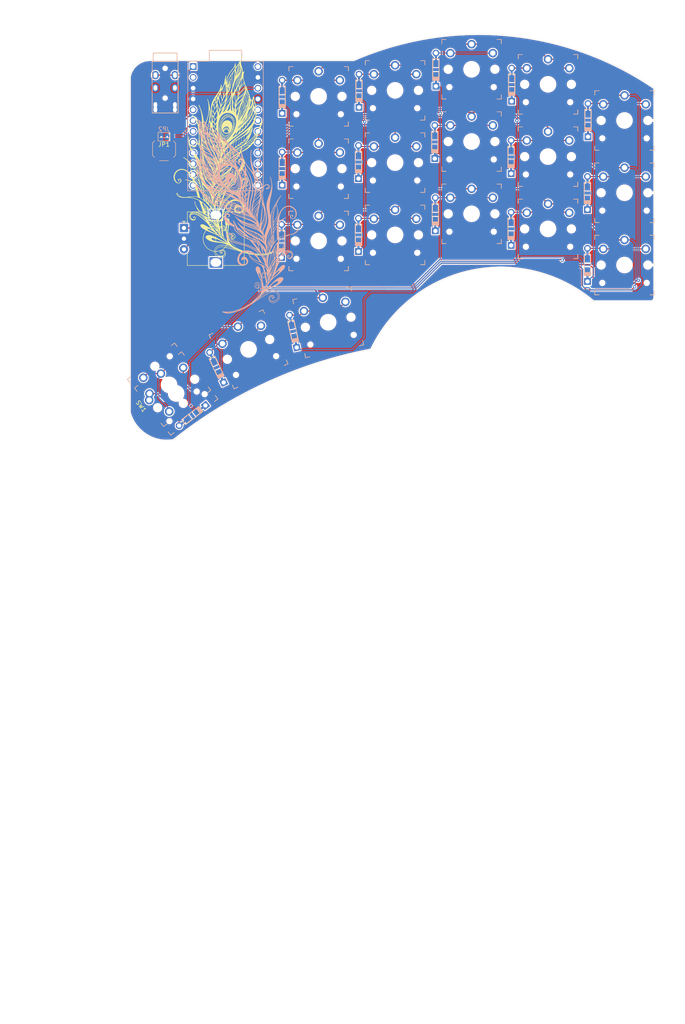
<source format=kicad_pcb>
(kicad_pcb (version 20210722) (generator pcbnew)
  (layers (0 "F.Cu" signal) (31 "B.Cu" signal) (34 "B.Paste" user) (35 "F.Paste" user) (36 "B.SilkS" user "B.Silkscreen") (37 "F.SilkS" user "F.Silkscreen") (38 "B.Mask" user) (39 "F.Mask" user) (44 "Edge.Cuts" user))
  (net 0 "")
  (net 1 "/Col1")
  (net 2 "Net-(D7-Pad2)")
  (net 3 "Net-(D8-Pad2)")
  (net 4 "Net-(D9-Pad2)")
  (net 5 "Net-(D10-Pad2)")
  (net 6 "/Col2")
  (net 7 "Net-(D12-Pad2)")
  (net 8 "Net-(D13-Pad2)")
  (net 9 "Net-(D14-Pad2)")
  (net 10 "Net-(D15-Pad2)")
  (net 11 "/Col3")
  (net 12 "Net-(D17-Pad2)")
  (net 13 "Net-(D18-Pad2)")
  (net 14 "Net-(D19-Pad2)")
  (net 15 "Net-(D20-Pad2)")
  (net 16 "/Col4")
  (net 17 "Net-(D22-Pad2)")
  (net 18 "Net-(D23-Pad2)")
  (net 19 "Net-(D24-Pad2)")
  (net 20 "/Col5")
  (net 21 "Net-(D26-Pad2)")
  (net 22 "Net-(D27-Pad2)")
  (net 23 "Net-(D28-Pad2)")
  (net 24 "/Row1")
  (net 25 "/Row2")
  (net 26 "/Row3")
  (net 27 "/Row4")
  (net 28 "/Serial")
  (net 29 "VCC")
  (net 30 "GND")
  (net 31 "/RotB")
  (net 32 "/RotA")
  (net 33 "Net-(U1-Pad22)")
  (footprint "Keebio-Parts:Diode-dual" (layer "F.Cu") (at 225.407 62.260328 -90)
    (fp_text reference "D7" hide)
    (fp_text value "1N4148" hide)
  )
  (footprint "Keebio-Parts:Diode-dual" (layer "F.Cu") (at 225.28 79.405328 -90)
    (fp_text reference "D8" hide)
    (fp_text value "1N4148" hide)
  )
  (footprint "Keebio-Parts:Diode-dual" (layer "F.Cu") (at 225.28 96.296328 -90)
    (fp_text reference "D9" hide)
    (fp_text value "1N4148" hide)
  )
  (footprint "Keebio-Parts:Diode-dual" (layer "F.Cu") (at 156 111.916614 -77.5)
    (fp_text reference "D10" hide)
    (fp_text value "1N4148" hide)
  )
  (footprint "Keebio-Parts:Diode-dual" (layer "F.Cu") (at 207.441 53.906998 -90)
    (fp_text reference "D12" hide)
    (fp_text value "1N4148" hide)
  )
  (footprint "Keebio-Parts:Diode-dual" (layer "F.Cu") (at 207.314 70.924998 -90)
    (fp_text reference "D13" hide)
    (fp_text value "1N4148" hide)
  )
  (footprint "Keebio-Parts:Diode-dual" (layer "F.Cu") (at 207.314 87.815998 -90)
    (fp_text reference "D14" hide)
    (fp_text value "1N4148" hide)
  )
  (footprint "Keebio-Parts:Diode-dual" (layer "F.Cu") (at 138 120.41661 -65)
    (fp_text reference "D15" hide)
    (fp_text value "1N4148" hide)
  )
  (footprint "Keebio-Parts:Diode-dual" (layer "F.Cu") (at 189.602 50.370664 -90)
    (fp_text reference "D17" hide)
    (fp_text value "1N4148" hide)
  )
  (footprint "Keebio-Parts:Diode-dual" (layer "F.Cu") (at 189.348 67.388664 -90)
    (fp_text reference "D18" hide)
    (fp_text value "1N4148" hide)
  )
  (footprint "Keebio-Parts:Diode-dual" (layer "F.Cu") (at 189.475 84.406664 -90)
    (fp_text reference "D19" hide)
    (fp_text value "1N4148" hide)
  )
  (footprint "Keebio-Parts:Diode-dual" (layer "F.Cu") (at 132.2578 131.7244 37.5)
    (fp_text reference "D20" hide)
    (fp_text value "1N4148" hide)
  )
  (footprint "Keebio-Parts:Diode-dual" (layer "F.Cu") (at 171.509 55.34333 -90)
    (fp_text reference "D22" hide)
    (fp_text value "1N4148" hide)
  )
  (footprint "Keebio-Parts:Diode-dual" (layer "F.Cu") (at 171.382 72.10733 -90)
    (fp_text reference "D23" hide)
    (fp_text value "1N4148" hide)
  )
  (footprint "Keebio-Parts:Diode-dual" (layer "F.Cu") (at 171.382 89.25233 -90)
    (fp_text reference "D24" hide)
    (fp_text value "1N4148" hide)
  )
  (footprint "Keebio-Parts:Diode-dual" (layer "F.Cu") (at 153.416 56.769 -90)
    (fp_text reference "D26" hide)
    (fp_text value "1N4148" hide)
  )
  (footprint "Keebio-Parts:Diode-dual" (layer "F.Cu") (at 153.416 73.66 -90)
    (fp_text reference "D27" hide)
    (fp_text value "1N4148" hide)
  )
  (footprint "Keebio-Parts:TRRS-PJ-320A" (layer "F.Cu") (at 125.87 48.46898)
    (fp_text reference "J1" hide)
    (fp_text value "AudioJack4" hide)
  )
  (footprint "acheron_Hardware:smdPushBtn" (layer "F.Cu") (at 125.603 69.088 -90)
    (fp_text reference "RST1" hide)
    (fp_text value "SW_PUSH")
  )
  (footprint "keyswitches:PG1350_reversible" (layer "F.Cu") (at 234 79.333328 180)
    (fp_text reference "SW8" hide)
    (fp_text value "SW_PUSH")
  )
  (footprint "keyswitches:PG1350_reversible" (layer "F.Cu") (at 234 96.333328 180)
    (fp_text reference "SW9" hide)
    (fp_text value "SW_PUSH")
  )
  (footprint "keyswitches:PG1350_reversible" (layer "F.Cu") (at 216 70.833332 180)
    (fp_text reference "SW13" hide)
    (fp_text value "SW_PUSH")
  )
  (footprint "keyswitches:PG1350_reversible" (layer "F.Cu") (at 216 87.833332 180)
    (fp_text reference "SW14" hide)
    (fp_text value "SW_PUSH")
  )
  (footprint "keyswitches:PG1350_reversible" (layer "F.Cu") (at 145.5 116.166612 -155)
    (fp_text reference "SW15" hide)
    (fp_text value "SW_PUSH")
  )
  (footprint "keyswitches:PG1350_reversible" (layer "F.Cu") (at 128.4732 126.5428 -142.5)
    (fp_text reference "SW20" hide)
    (fp_text value "SW_PUSH")
  )
  (footprint "keyswitches:PG1350_reversible" (layer "F.Cu") (at 180 55.249998 180)
    (fp_text reference "SW22" hide)
    (fp_text value "SW_PUSH")
  )
  (footprint "keyswitches:PG1350_reversible" (layer "F.Cu") (at 180 72.249998 180)
    (fp_text reference "SW23" hide)
    (fp_text value "SW_PUSH")
  )
  (footprint "keyswitches:PG1350_reversible" (layer "F.Cu") (at 180 89.249998 180)
    (fp_text reference "SW24" hide)
    (fp_text value "SW_PUSH")
  )
  (footprint "keyswitches:PG1350_reversible" (layer "F.Cu") (at 162 56.666664 180)
    (fp_text reference "SW26" hide)
    (fp_text value "SW_PUSH")
  )
  (footprint "keyswitches:PG1350_reversible" (layer "F.Cu") (at 162 73.666664 180)
    (fp_text reference "SW27" hide)
    (fp_text value "SW_PUSH")
  )
  (footprint "keyswitches:PG1350_reversible" (layer "F.Cu") (at 162 90.666664 180)
    (fp_text reference "SW28" hide)
    (fp_text value "SW_PUSH")
  )
  (footprint "promicro:ProMicro" (layer "F.Cu") (at 140.081 63.627 -90)
    (fp_text reference "U1" hide)
    (fp_text value "ProMicro")
  )
  (footprint "keyswitches:PG1350_reversible" (layer "F.Cu") (at 234 62.333328 180)
    (fp_text reference "SW7" hide)
    (fp_text value "SW_PUSH")
  )
  (footprint "keyswitches:PG1350_reversible" (layer "F.Cu") (at 216 53.833332 180)
    (fp_text reference "SW12" hide)
    (fp_text value "SW_PUSH")
  )
  (footprint "Keebio-Parts:Diode-dual" (layer "F.Cu") (at 153.289 90.678 -90)
    (fp_text reference "D28" hide)
    (fp_text value "1N4148" hide)
  )
  (footprint "keyswitches:PG1350_reversible" (layer "F.Cu") (at 198 50.291667 180)
    (fp_text reference "SW17" hide)
    (fp_text value "SW_PUSH")
  )
  (footprint "keyswitches:PG1350_reversible" (layer "F.Cu") (at 198 84.291667 180)
    (fp_text reference "SW19" hide)
    (fp_text value "SW_PUSH")
  )
  (footprint "keyswitches:PG1350_reversible" (layer "F.Cu") (at 198 67.291667 180)
    (fp_text reference "SW18" hide)
    (fp_text value "SW_PUSH")
  )
  (footprint "keyswitches:PG1350_reversible" (layer "F.Cu") (at 164.25 109.791615 -167.5)
    (fp_text reference "SW10" hide)
    (fp_text value "SW_PUSH")
  )
  (footprint "Jumper:SolderJumper-2_P1.3mm_Open_Pad1.0x1.5mm" (layer "F.Cu") (at 125.603 66.167 180)
    (fp_text reference "JP1")
    (fp_text value "JUMPER-PAD-2-NO")
  )
  (footprint "personal-logo:peacock-medium" (layer "F.Cu") (at 139.319 73.406 17)
    (fp_text reference "LOGO3" hide)
    (fp_text value "LOGO-OTL" hide)
  )
  (footprint "keyswitches:PG1350_reversible" (layer "F.Cu") (at 126.8 124.5 -52.5)
    (fp_text reference "SW1")
    (fp_text value "SW_PUSH")
  )
  (footprint "Rotary_Encoder:RotaryEncoder_Alps_EC12E_Vertical_H20mm" (layer "F.Cu") (at 130.302 87.63)
    (fp_text reference "EN_1" hide)
    (fp_text value "Rotary_Encoder")
  )
  (footprint "Keebio-Parts:TRRS-PJ-320A" (layer "B.Cu") (at 125.87 48.46898 180)
    (fp_text reference "J2")
    (fp_text value "AudioJack4")
  )
  (footprint "acheron_Hardware:smdPushBtn" (layer "B.Cu") (at 125.603 69.088 90)
    (fp_text reference "RST2" hide)
    (fp_text value "SW_PUSH")
  )
  (footprint "personal-logo:peacock-medium" (layer "B.Cu") (at 145.161 84.963 180)
    (fp_text reference "LOGO4" hide)
    (fp_text value "LOGO-OTL" hide)
  )
  (footprint "Jumper:SolderJumper-2_P1.3mm_Open_Pad1.0x1.5mm" (layer "B.Cu") (at 125.603 66.167 180)
    (fp_text reference "JP2")
    (fp_text value "JUMPER-PAD-2-NO")
  )
  (gr_line (start 122.4026 48.133) (end 170.2562 48.133) (layer "Edge.Cuts") (width 0.05))
  (gr_line (start 241.0272 103.9622) (end 241.0272 54.737) (layer "Edge.Cuts") (width 0.05))
  (gr_arc (start 240.1128 103.9622) (end 240.1128 104.8766) (angle -90) (layer "Edge.Cuts") (width 0.05))
  (gr_arc (start 199.660295 115.534036) (end 241.0272 54.737) (angle -57.80127578) (layer "Edge.Cuts") (width 0.05))
  (gr_arc (start 204.915755 130.803669) (end 174.345601 116.205001) (angle 104.5371678) (layer "Edge.Cuts") (width 0.05))
  (gr_line (start 240.1128 104.8766) (end 226.7204 104.8766) (layer "Edge.Cuts") (width 0.05))
  (gr_arc (start 126.247584 128.629797) (end 127.8636 137.4902) (angle 84.65602954) (layer "Edge.Cuts") (width 0.05))
  (gr_line (start 117.5762 52) (end 117.5762 120.8024) (layer "Edge.Cuts") (width 0.05))
  (gr_line (start 117.5762 120.8024) (end 117.5762 131.064) (layer "Edge.Cuts") (width 0.05))
  (gr_arc (start 194.3258 221.232804) (end 174.345601 116.205001) (angle -27.66613863) (layer "Edge.Cuts") (width 0.05))
  (gr_arc (start 122.28996 52.937828) (end 122.4026 48.133) (angle -80.0905723) (layer "Edge.Cuts") (width 0.05))
  (segment (start 153.41177 64.897692) (end 151.321982 66.98748) (width 0.25) (layer "F.Cu") (net 1))
  (segment (start 209.423 62.103) (end 206.813136 59.493136) (width 0.25) (layer "F.Cu") (net 1))
  (segment (start 149.15648 66.98748) (end 147.701 65.532) (width 0.25) (layer "F.Cu") (net 1))
  (segment (start 222.758718 62.103) (end 209.423 62.103) (width 0.25) (layer "F.Cu") (net 1))
  (segment (start 147.701 65.532) (end 147.701 64.897) (width 0.25) (layer "F.Cu") (net 1))
  (segment (start 189.045864 59.493136) (end 187.579 60.96) (width 0.25) (layer "F.Cu") (net 1))
  (segment (start 224.316046 63.660328) (end 222.758718 62.103) (width 0.25) (layer "F.Cu") (net 1))
  (segment (start 170.30841 60.96) (end 168.9694 62.29901) (width 0.25) (layer "F.Cu") (net 1))
  (segment (start 168.9694 62.29901) (end 156.00976 62.29901) (width 0.25) (layer "F.Cu") (net 1))
  (segment (start 225.407 63.660328) (end 224.316046 63.660328) (width 0.25) (layer "F.Cu") (net 1))
  (segment (start 151.321982 66.98748) (end 149.15648 66.98748) (width 0.25) (layer "F.Cu") (net 1))
  (segment (start 206.813136 59.493136) (end 189.045864 59.493136) (width 0.25) (layer "F.Cu") (net 1))
  (segment (start 187.579 60.96) (end 170.30841 60.96) (width 0.25) (layer "F.Cu") (net 1))
  (segment (start 156.00976 62.29901) (end 153.41177 64.897) (width 0.25) (layer "F.Cu") (net 1))
  (segment (start 153.41177 64.897) (end 153.41177 64.897692) (width 0.25) (layer "F.Cu") (net 1))
  (segment (start 226.695 81.890328) (end 225.28 83.305328) (width 0.25) (layer "B.Cu") (net 1))
  (segment (start 226.695 93.853) (end 226.695 95.53035) (width 0.25) (layer "B.Cu") (net 1))
  (segment (start 225.407 64.760328) (end 226.050328 64.760328) (width 0.25) (layer "B.Cu") (net 1))
  (segment (start 209.550718 94.4372) (end 208.085198 95.90272) (width 0.25) (layer "B.Cu") (net 1))
  (segment (start 174.35998 102.62702) (end 172.72 104.267) (width 0.25) (layer "B.Cu") (net 1))
  (segment (start 157.324946 116.205) (end 156.844114 115.724168) (width 0.25) (layer "B.Cu") (net 1))
  (segment (start 184.176836 102.6414) (end 174.37436 102.6414) (width 0.25) (layer "B.Cu") (net 1))
  (segment (start 190.915516 95.90272) (end 184.176836 102.6414) (width 0.25) (layer "B.Cu") (net 1))
  (segment (start 174.37436 102.6414) (end 174.35998 102.62702) (width 0.25) (layer "B.Cu") (net 1))
  (segment (start 226.695 98.781328) (end 225.28 100.196328) (width 0.25) (layer "B.Cu") (net 1))
  (segment (start 226.695 80.518) (end 226.695 81.890328) (width 0.25) (layer "B.Cu") (net 1))
  (segment (start 169.926 116.205) (end 157.324946 116.205) (width 0.25) (layer "B.Cu") (net 1))
  (segment (start 225.85775 96.3676) (end 224.663 96.3676) (width 0.25) (layer "B.Cu") (net 1))
  (segment (start 172.72 104.267) (end 172.72 113.411) (width 0.25) (layer "B.Cu") (net 1))
  (segment (start 224.663 96.3676) (end 224.2566 95.9612) (width 0.25) (layer "B.Cu") (net 1))
  (segment (start 223.6216 94.4372) (end 209.550718 94.4372) (width 0.25) (layer "B.Cu") (net 1))
  (segment (start 226.695 93.853) (end 226.695 98.781328) (width 0.25) (layer "B.Cu") (net 1))
  (segment (start 226.695 80.518) (end 226.695 93.853) (width 0.25) (layer "B.Cu") (net 1))
  (segment (start 226.695 95.53035) (end 225.85775 96.3676) (width 0.25) (layer "B.Cu") (net 1))
  (segment (start 224.2566 95.9612) (end 224.2566 95.0722) (width 0.25) (layer "B.Cu") (net 1))
  (segment (start 226.695 65.405) (end 226.695 80.518) (width 0.25) (layer "B.Cu") (net 1))
  (segment (start 224.2566 95.0722) (end 223.6216 94.4372) (width 0.25) (layer "B.Cu") (net 1))
  (segment (start 172.72 113.411) (end 169.926 116.205) (width 0.25) (layer "B.Cu") (net 1))
  (segment (start 226.050328 64.760328) (end 226.695 65.405) (width 0.25) (layer "B.Cu") (net 1))
  (segment (start 208.085198 95.90272) (end 190.915516 95.90272) (width 0.25) (layer "B.Cu") (net 1))
  (segment (start 225.407 58.360328) (end 228.827 58.360328) (width 0.25) (layer "F.Cu") (net 2))
  (segment (start 228.827 58.360328) (end 229 58.533328) (width 0.25) (layer "F.Cu") (net 2))
  (segment (start 225.407 58.360328) (end 238.827 58.360328) (width 0.25) (layer "F.Cu") (net 2))
  (segment (start 238.827 58.360328) (end 239 58.533328) (width 0.25) (layer "F.Cu") (net 2))
  (segment (start 239 75.533328) (end 225.308 75.533328) (width 0.25) (layer "F.Cu") (net 3))
  (segment (start 225.308 75.533328) (end 225.28 75.505328) (width 0.25) (layer "F.Cu") (net 3))
  (segment (start 225.28 92.396328) (end 228.863 92.396328) (width 0.25) (layer "F.Cu") (net 4))
  (segment (start 228.863 92.396328) (end 229 92.533328) (width 0.25) (layer "F.Cu") (net 4))
  (segment (start 229 92.533328) (end 239 92.533328) (width 0.25) (layer "F.Cu") (net 4))
  (segment (start 155.155886 108.10906) (end 157.600877 108.10906) (width 0.25) (layer "F.Cu") (net 5))
  (segment (start 157.600877 108.10906) (end 158.546049 107.163888) (width 0.25) (layer "F.Cu") (net 5))
  (segment (start 158.546049 107.163888) (end 166.144614 107.163888) (width 0.25) (layer "F.Cu") (net 5))
  (segment (start 166.144614 107.163888) (end 168.30901 104.999492) (width 0.25) (layer "F.Cu") (net 5))
  (segment (start 189.232754 59.942656) (end 187.765401 61.410009) (width 0.25) (layer "F.Cu") (net 6))
  (segment (start 208.656347 62.361653) (end 208.656347 61.972757) (width 0.25) (layer "F.Cu") (net 6))
  (segment (start 187.765401 61.410009) (end 170.49481 61.41001) (width 0.25) (layer "F.Cu") (net 6))
  (segment (start 151.50818 67.437) (end 147.701 67.437) (width 0.25) (layer "F.Cu") (net 6))
  (segment (start 208.656347 61.972757) (end 206.626246 59.942656) (width 0.25) (layer "F.Cu") (net 6))
  (segment (start 170.49481 61.41001) (end 169.155801 62.749019) (width 0.25) (layer "F.Cu") (net 6))
  (segment (start 169.155801 62.749019) (end 156.19616 62.74902) (width 0.25) (layer "F.Cu") (net 6))
  (segment (start 156.19616 62.74902) (end 151.50818 67.437) (width 0.25) (layer "F.Cu") (net 6))
  (segment (start 206.626246 59.942656) (end 189.232754 59.942656) (width 0.25) (layer "F.Cu") (net 6))
  (via (at 208.656347 62.361653) (size 0.8) (drill 0.4) (layers "F.Cu" "B.Cu") (net 6))
  (segment (start 208.788 57.15) (end 208.788 63.329637) (width 0.25) (layer "B.Cu") (net 6))
  (segment (start 177.7238 102.19188) (end 177.70942 102.1775) (width 0.25) (layer "B.Cu") (net 6))
  (segment (start 148.324005 103.010405) (end 148.946305 102.388105) (width 0.25) (layer "B.Cu") (net 6))
  (segment (start 149.15691 102.1775) (end 148.324005 103.010405) (width 0.25) (layer "B.Cu") (net 6))
  (segment (start 138.021511 113.312899) (end 148.324005 103.010405) (width 0.25) (layer "B.Cu") (net 6))
  (segment (start 138.021511 115.479415) (end 138.021511 113.312899) (width 0.25) (layer "B.Cu") (net 6))
  (segment (start 139.056546 122.682379) (end 139.056546 116.51445) (width 0.25) (layer "B.Cu") (net 6))
  (segment (start 208.788 73.350998) (end 207.314 74.824998) (width 0.25) (layer "B.Cu") (net 6))
  (segment (start 177.70942 102.1775) (end 149.15691 102.1775) (width 0.25) (layer "B.Cu") (net 6))
  (segment (start 208.788 89.789) (end 208.788 94.5642) (width 0.25) (layer "B.Cu") (net 6))
  (segment (start 208.788 72.517) (end 208.788 89.789) (width 0.25) (layer "B.Cu") (net 6))
  (segment (start 208.788 63.329637) (end 208.788 72.517) (width 0.25) (layer "B.Cu") (net 6))
  (segment (start 148.946305 102.388105) (end 149.09941 102.235) (width 0.25) (layer "B.Cu") (net 6))
  (segment (start 149.09941 102.235) (end 149.225 102.235) (width 0.25) (layer "B.Cu") (net 6))
  (segment (start 149.225 102.235) (end 149.28299 102.17701) (width 0.25) (layer "B.Cu") (net 6))
  (segment (start 208.044998 56.406998) (end 208.788 57.15) (width 0.25) (layer "B.Cu") (net 6))
  (segment (start 207.899 95.4532) (end 190.729318 95.4532) (width 0.25) (layer "B.Cu") (net 6))
  (segment (start 208.788 72.517) (end 208.788 73.350998) (width 0.25) (layer "B.Cu") (net 6))
  (segment (start 208.788 89.789) (end 208.788 90.043) (width 0.25) (layer "B.Cu") (net 6))
  (segment (start 208.788 90.043) (end 208.788 90.241998) (width 0.25) (layer "B.Cu") (net 6))
  (segment (start 207.441 56.406998) (end 208.044998 56.406998) (width 0.25) (layer "B.Cu") (net 6))
  (segment (start 139.056546 116.51445) (end 138.021511 115.479415) (width 0.25) (layer "B.Cu") (net 6))
  (segment (start 183.990638 102.19188) (end 177.7238 102.19188) (width 0.25) (layer "B.Cu") (net 6))
  (segment (start 208.788 90.241998) (end 207.314 91.715998) (width 0.25) (layer "B.Cu") (net 6))
  (segment (start 190.729318 95.4532) (end 183.990638 102.19188) (width 0.25) (layer "B.Cu") (net 6))
  (segment (start 208.788 94.5642) (end 207.899 95.4532) (width 0.25) (layer "B.Cu") (net 6))
  (segment (start 208.788 63.329637) (end 208.788 62.493306) (width 0.25) (layer "B.Cu") (net 6))
  (segment (start 208.788 62.493306) (end 208.656347 62.361653) (width 0.25) (layer "B.Cu") (net 6))
  (segment (start 220.973666 50.006998) (end 221 50.033332) (width 0.25) (layer "F.Cu") (net 7))
  (segment (start 207.441 50.006998) (end 220.973666 50.006998) (width 0.25) (layer "F.Cu") (net 7))
  (segment (start 207.441 51.406998) (end 207.441 50.006998) (width 0.25) (layer "F.Cu") (net 7))
  (segment (start 211 67.033332) (end 207.322334 67.033332) (width 0.25) (layer "F.Cu") (net 8))
  (segment (start 221 67.033332) (end 211 67.033332) (width 0.25) (layer "F.Cu") (net 8))
  (segment (start 207.322334 67.033332) (end 207.314 67.024998) (width 0.25) (layer "F.Cu") (net 8))
  (segment (start 207.314 85.315998) (end 207.314 83.915998) (width 0.25) (layer "F.Cu") (net 9))
  (segment (start 220.882666 83.915998) (end 221 84.033332) (width 0.25) (layer "F.Cu") (net 9))
  (segment (start 207.314 83.915998) (end 220.882666 83.915998) (width 0.25) (layer "F.Cu") (net 9))
  (segment (start 138.398065 114.835734) (end 139.362512 114.835734) (width 0.25) (layer "F.Cu") (net 10))
  (segment (start 145.215406 113.819735) (end 148.42559 110.609551) (width 0.25) (layer "F.Cu") (net 10))
  (segment (start 140.378511 113.819735) (end 145.215406 113.819735) (width 0.25) (layer "F.Cu") (net 10))
  (segment (start 139.362512 114.835734) (end 140.378511 113.819735) (width 0.25) (layer "F.Cu") (net 10))
  (segment (start 136.351789 116.88201) (end 138.398065 114.835734) (width 0.25) (layer "F.Cu") (net 10))
  (segment (start 151.69507 67.88652) (end 149.13108 67.88652) (width 0.25) (layer "F.Cu") (net 11))
  (segment (start 190.352009 60.392176) (end 189.420336 60.392176) (width 0.25) (layer "F.Cu") (net 11))
  (segment (start 189.420336 60.392176) (end 187.952494 61.860018) (width 0.25) (layer "F.Cu") (net 11))
  (segment (start 148.0566 68.961) (end 148.0566 69.6214) (width 0.25) (layer "F.Cu") (net 11))
  (segment (start 169.083972 63.199028) (end 169.08397 63.19903) (width 0.25) (layer "F.Cu") (net 11))
  (segment (start 148.0566 69.6214) (end 147.701 69.977) (width 0.25) (layer "F.Cu") (net 11))
  (segment (start 169.342202 63.199028) (end 169.083972 63.199028) (width 0.25) (layer "F.Cu") (net 11))
  (segment (start 190.627 60.667167) (end 190.352009 60.392176) (width 0.25) (layer "F.Cu") (net 11))
  (segment (start 156.38256 63.19903) (end 151.69507 67.88652) (width 0.25) (layer "F.Cu") (net 11))
  (segment (start 170.681212 61.860018) (end 169.342202 63.199028) (width 0.25) (layer "F.Cu") (net 11))
  (segment (start 149.13108 67.88652) (end 148.0566 68.961) (width 0.25) (layer "F.Cu") (net 11))
  (segment (start 169.08397 63.19903) (end 156.38256 63.19903) (width 0.25) (layer "F.Cu") (net 11))
  (segment (start 187.952494 61.860018) (end 170.681212 61.860018) (width 0.25) (layer "F.Cu") (net 11))
  (via (at 190.627 60.667167) (size 0.8) (drill 0.4) (layers "F.Cu" "B.Cu") (net 11))
  (segment (start 148.971 101.727) (end 131.6 119.098) (width 0.25) (layer "B.Cu") (net 11))
  (segment (start 183.80444 101.74236) (end 179.5018 101.74236) (width 0.25) (layer "B.Cu") (net 11))
  (segment (start 190.627 71.167664) (end 189.348 69.888664) (width 0.25) (layer "B.Cu") (net 11))
  (segment (start 177.2158 101.72798) (end 177.21531 101.72749) (width 0.25) (layer "B.Cu") (net 11))
  (segment (start 190.287664 54.270664) (end 190.627 54.61) (width 0.25) (layer "B.Cu") (net 11))
  (segment (start 190.627 59.817) (end 190.627 71.628) (width 0.25) (layer "B.Cu") (net 11))
  (segment (start 131.6 122.5) (end 131.4704 122.6296) (width 0.25) (layer "B.Cu") (net 11))
  (segment (start 190.627 54.61) (end 190.627 59.817) (width 0.25) (layer "B.Cu") (net 11))
  (segment (start 179.5018 101.74236) (end 179.48742 101.72798) (width 0.25) (layer "B.Cu") (net 11))
  (segment (start 190.627 87.154664) (end 189.475 88.306664) (width 0.25) (layer "B.Cu") (net 11))
  (segment (start 131.4704 122.6296) (end 131.4704 128.974039) (width 0.25) (layer "B.Cu") (net 11))
  (segment (start 189.602 54.270664) (end 190.287664 54.270664) (width 0.25) (layer "B.Cu") (net 11))
  (segment (start 177.21531 101.72749) (end 149.096792 101.72749) (width 0.25) (layer "B.Cu") (net 11))
  (segment (start 190.627 71.628) (end 190.627 87.154664) (width 0.25) (layer "B.Cu") (net 11))
  (segment (start 190.627 94.9198) (end 183.80444 101.74236) (width 0.25) (layer "B.Cu") (net 11))
  (segment (start 190.627 71.628) (end 190.627 71.167664) (width 0.25) (layer "B.Cu") (net 11))
  (segment (start 131.4704 128.974039) (end 133.368495 130.872134) (width 0.25) (layer "B.Cu") (net 11))
  (segment (start 179.48742 101.72798) (end 177.2158 101.72798) (width 0.25) (layer "B.Cu") (net 11))
  (segment (start 190.627 87.154664) (end 190.627 94.9198) (width 0.25) (layer "B.Cu") (net 11))
  (segment (start 131.6 119.098) (end 131.6 122.5) (width 0.25) (layer "B.Cu") (net 11))
  (segment (start 192.978997 46.470664) (end 193 46.491667) (width 0.25) (layer "F.Cu") (net 12))
  (segment (start 192.978997 46.470664) (end 193 46.491667) (width 0.25) (layer "B.Cu") (net 12))
  (segment (start 193 46.491667) (end 203 46.491667) (width 0.25) (layer "B.Cu") (net 12))
  (segment (start 189.602 46.470664) (end 192.978997 46.470664) (width 0.25) (layer "B.Cu") (net 12))
  (segment (start 192.996997 63.488664) (end 193 63.491667) (width 0.25) (layer "F.Cu") (net 13))
  (segment (start 189.348 63.488664) (end 192.996997 63.488664) (width 0.25) (layer "F.Cu") (net 13))
  (segment (start 203 63.491667) (end 193 63.491667) (width 0.25) (layer "F.Cu") (net 13))
  (segment (start 189.475 80.506664) (end 202.985003 80.506664) (width 0.25) (layer "F.Cu") (net 14))
  (segment (start 202.985003 80.506664) (end 203 80.491667) (width 0.25) (layer "F.Cu") (net 14))
  (segment (start 124.031864 126.571864) (end 125.66 128.2) (width 0.25) (layer "F.Cu") (net 15))
  (segment (start 129.163722 131.063722) (end 129.163722 134.09857) (width 0.25) (layer "F.Cu") (net 15))
  (segment (start 131.147105 130.252895) (end 131.147105 132.576666) (width 0.25) (layer "F.Cu") (net 15))
  (segment (start 132.3 126.1) (end 132.3 129.1) (width 0.25) (layer "F.Cu") (net 15))
  (segment (start 122.19314 126.571864) (end 124.031864 126.571864) (width 0.25) (layer "F.Cu") (net 15))
  (segment (start 130.126673 120.48425) (end 130.126673 123.926673) (width 0.25) (layer "F.Cu") (net 15))
  (segment (start 130.126673 123.926673) (end 132.3 126.1) (width 0.25) (layer "F.Cu") (net 15))
  (segment (start 122.19314 128.017767) (end 122.119215 128.091692) (width 0.25) (layer "F.Cu") (net 15))
  (segment (start 121.426488 126.571864) (end 122.19314 126.571864) (width 0.25) (layer "F.Cu") (net 15))
  (segment (start 122.19314 126.571864) (end 122.19314 128.017767) (width 0.25) (layer "F.Cu") (net 15))
  (segment (start 132.3 129.1) (end 131.147105 130.252895) (width 0.25) (layer "F.Cu") (net 15))
  (segment (start 126.3 128.2) (end 129.163722 131.063722) (width 0.25) (layer "F.Cu") (net 15))
  (segment (start 125.66 128.2) (end 126.3 128.2) (width 0.25) (layer "F.Cu") (net 15))
  (segment (start 148.971359 68.681959) (end 148.971359 71.246641) (width 0.25) (layer "F.Cu") (net 16))
  (segment (start 170.867612 62.310028) (end 172.546028 62.310028) (width 0.25) (layer "F.Cu") (net 16))
  (segment (start 148.971359 71.246641) (end 147.701 72.517) (width 0.25) (layer "F.Cu") (net 16))
  (segment (start 149.301918 68.3514) (end 148.971359 68.681959) (width 0.25) (layer "F.Cu") (net 16))
  (segment (start 172.546028 62.310028) (end 172.847 62.611) (width 0.25) (layer "F.Cu") (net 16))
  (segment (start 169.5286 63.64904) (end 170.867612 62.310028) (width 0.25) (layer "F.Cu") (net 16))
  (segment (start 168.04304 63.64904) (end 169.291 63.64904) (width 0.25) (layer "F.Cu") (net 16))
  (segment (start 168.04304 63.64904) (end 169.5286 63.64904) (width 0.25) (layer "F.Cu") (net 16))
  (segment (start 169.291 63.64904) (end 169.44004 63.64904) (width 0.25) (layer "F.Cu") (net 16))
  (segment (start 156.56896 63.64904) (end 151.8666 68.3514) (width 0.25) (layer "F.Cu") (net 16))
  (segment (start 151.8666 68.3514) (end 149.301918 68.3514) (width 0.25) (layer "F.Cu") (net 16))
  (segment (start 168.04304 63.64904) (end 156.56896 63.64904) (width 0.25) (layer "F.Cu") (net 16))
  (via (at 172.847 62.611) (size 0.8) (drill 0.4) (layers "F.Cu" "B.Cu") (net 16))
  (segment (start 172.847 62.611) (end 172.847 64.262) (width 0.25) (layer "B.Cu") (net 16))
  (segment (start 172.847 91.68733) (end 171.382 93.15233) (width 0.25) (layer "B.Cu") (net 16))
  (segment (start 172.847 74.54233) (end 172.847 91.68733) (width 0.25) (layer "B.Cu") (net 16))
  (segment (start 172.847 64.262) (end 172.847 74.54233) (width 0.25) (layer "B.Cu") (net 16))
  (segment (start 172.847 58.293) (end 172.847 62.611) (width 0.25) (layer "B.Cu") (net 16))
  (segment (start 172.847 74.54233) (end 171.382 76.00733) (width 0.25) (layer "B.Cu") (net 16))
  (segment (start 172.39733 57.84333) (end 172.847 58.293) (width 0.25) (layer "B.Cu") (net 16))
  (segment (start 171.509 57.84333) (end 172.39733 57.84333) (width 0.25) (layer "B.Cu") (net 16))
  (segment (start 171.509 51.44333) (end 184.993332 51.44333) (width 0.25) (layer "F.Cu") (net 17))
  (segment (start 184.993332 51.44333) (end 185 51.449998) (width 0.25) (layer "F.Cu") (net 17))
  (segment (start 185 68.449998) (end 175 68.449998) (width 0.25) (layer "F.Cu") (net 18))
  (segment (start 171.624668 68.449998) (end 171.382 68.20733) (width 0.25) (layer "F.Cu") (net 18))
  (segment (start 175 68.449998) (end 171.624668 68.449998) (width 0.25) (layer "F.Cu") (net 18))
  (segment (start 184.902332 85.35233) (end 185 85.449998) (width 0.25) (layer "F.Cu") (net 19))
  (segment (start 171.382 85.35233) (end 184.902332 85.35233) (width 0.25) (layer "F.Cu") (net 19))
  (segment (start 147.701 75.057) (end 153.413 75.057) (width 0.25) (layer "F.Cu") (net 20))
  (segment (start 153.413 75.057) (end 153.416 75.06) (width 0.25) (layer "F.Cu") (net 20))
  (segment (start 153.416 59.269) (end 154.265 59.269) (width 0.25) (layer "B.Cu") (net 20))
  (segment (start 154.813 93.054) (end 153.289 94.578) (width 0.25) (layer "B.Cu") (net 20))
  (segment (start 154.813 76.835) (end 154.813 76.457) (width 0.25) (layer "B.Cu") (net 20))
  (segment (start 154.265 59.269) (end 154.813 59.817) (width 0.25) (layer "B.Cu") (net 20))
  (segment (start 154.813 76.457) (end 153.416 75.06) (width 0.25) (layer "B.Cu") (net 20))
  (segment (start 154.813 76.835) (end 154.813 93.054) (width 0.25) (layer "B.Cu") (net 20))
  (segment (start 154.813 59.817) (end 154.813 76.835) (width 0.25) (layer "B.Cu") (net 20))
  (segment (start 157 52.866664) (end 167 52.866664) (width 0.25) (layer "F.Cu") (net 21))
  (segment (start 153.416 52.869) (end 156.997664 52.869) (width 0.25) (layer "F.Cu") (net 21))
  (segment (start 156.997664 52.869) (end 157 52.866664) (width 0.25) (layer "F.Cu") (net 21))
  (segment (start 157 69.866664) (end 167 69.866664) (width 0.25) (layer "F.Cu") (net 22))
  (segment (start 156.893336 69.76) (end 157 69.866664) (width 0.25) (layer "F.Cu") (net 22))
  (segment (start 153.416 69.76) (end 156.893336 69.76) (width 0.25) (layer "F.Cu") (net 22))
  (segment (start 153.416 71.16) (end 153.416 69.76) (width 0.25) (layer "F.Cu") (net 22))
  (segment (start 166.911336 86.778) (end 167 86.866664) (width 0.25) (layer "F.Cu") (net 23))
  (segment (start 153.289 86.778) (end 166.911336 86.778) (width 0.25) (layer "F.Cu") (net 23))
  (segment (start 190.456686 50.165) (end 190.9064 49.715286) (width 0.25) (layer "F.Cu") (net 24))
  (segment (start 223.393 48.8188) (end 223.393 55.7784) (width 0.25) (layer "F.Cu") (net 24))
  (segment (start 198 44.391667) (end 204.868867 44.391667) (width 0.25) (layer "F.Cu") (net 24))
  (segment (start 214.396268 46.3296) (end 216 47.933332) (width 0.25) (layer "F.Cu") (net 24))
  (segment (start 224.0026 56.388) (end 233.954672 56.388) (width 0.25) (layer "F.Cu") (net 24))
  (segment (start 219.1633 94.9706) (end 219.3544 95.1617) (width 0.25) (layer "F.Cu") (net 24))
  (segment (start 134.51072 70.29952) (end 134.51072 99.94132) (width 0.25) (layer "F.Cu") (net 24))
  (segment (start 217.7796 94.9706) (end 217.984236 94.9706) (width 0.25) (layer "F.Cu") (net 24))
  (segment (start 190.549364 94.9706) (end 217.7796 94.9706) (width 0.25) (layer "F.Cu") (net 24))
  (segment (start 222.507532 47.933332) (end 223.393 48.8188) (width 0.25) (layer "F.Cu") (net 24))
  (segment (start 190.9064 49.715286) (end 190.9064 45.0088) (width 0.25) (layer "F.Cu") (net 24))
  (segment (start 216 47.933332) (end 222.507532 47.933332) (width 0.25) (layer "F.Cu") (net 24))
  (segment (start 187.932312 49.349998) (end 188.747314 50.165) (width 0.25) (layer "F.Cu") (net 24))
  (segment (start 134.51072 99.94132) (end 135.382 100.8126) (width 0.25) (layer "F.Cu") (net 24))
  (segment (start 133.063689 68.852489) (end 134.51072 70.29952) (width 0.25) (layer "F.Cu") (net 24))
  (segment (start 131.335999 70.594001) (end 131.335999 71.391999) (width 0.25) (layer "F.Cu") (net 24))
  (segment (start 131.995211 68.852489) (end 133.063689 68.852489) (width 0.25) (layer "F.Cu") (net 24))
  (segment (start 180 49.349998) (end 187.932312 49.349998) (width 0.25) (layer "F.Cu") (net 24))
  (segment (start 233.954672 56.388) (end 234 56.433328) (width 0.25) (layer "F.Cu") (net 24))
  (segment (start 131.335999 71.391999) (end 132.461 72.517) (width 0.25) (layer "F.Cu") (net 24))
  (segment (start 131.335999 70.594001) (end 131.335999 69.511701) (width 0.25) (layer "F.Cu") (net 24))
  (segment (start 188.747314 50.165) (end 190.456686 50.165) (width 0.25) (layer "F.Cu") (net 24))
  (segment (start 223.393 55.7784) (end 224.0026 56.388) (width 0.25) (layer "F.Cu") (net 24))
  (segment (start 180 49.349998) (end 163.416666 49.349998) (width 0.25) (layer "F.Cu") (net 24))
  (segment (start 131.335999 69.511701) (end 131.995211 68.852489) (width 0.25) (layer "F.Cu") (net 24))
  (segment (start 135.382 100.8126) (end 184.707364 100.8126) (width 0.25) (layer "F.Cu") (net 24))
  (segment (start 217.7796 94.9706) (end 219.1633 94.9706) (width 0.25) (layer "F.Cu") (net 24))
  (segment (start 204.868867 44.391667) (end 206.8068 46.3296) (width 0.25) (layer "F.Cu") (net 24))
  (segment (start 184.707364 100.8126) (end 190.549364 94.9706) (width 0.25) (layer "F.Cu") (net 24))
  (segment (start 163.416666 49.349998) (end 162 50.766664) (width 0.25) (layer "F.Cu") (net 24))
  (segment (start 191.523533 44.391667) (end 198 44.391667) (width 0.25) (layer "F.Cu") (net 24))
  (segment (start 206.8068 46.3296) (end 214.396268 46.3296) (width 0.25) (layer "F.Cu") (net 24))
  (segment (start 190.9064 45.0088) (end 191.523533 44.391667) (width 0.25) (layer "F.Cu") (net 24))
  (via (at 219.3544 95.1617) (size 0.8) (drill 0.4) (layers "F.Cu" "B.Cu") (net 24))
  (segment (start 224.155 97.282) (end 224.155 101.32035) (width 0.25) (layer "B.Cu") (net 24))
  (segment (start 223.80708 96.93408) (end 224.155 97.282) (width 0.25) (layer "B.Cu") (net 24))
  (segment (start 237.42384 97.7646) (end 237.43152 97.75692) (width 0.25) (layer "B.Cu") (net 24))
  (segment (start 219.62938 94.88672) (end 223.23292 94.88672) (width 0.25) (layer "B.Cu") (net 24))
  (segment (start 237.973811 100.912989) (end 237.973811 99.609971) (width 0.25) (layer "B.Cu") (net 24))
  (segment (start 236.689289 102.197511) (end 237.973811 100.912989) (width 0.25) (layer "B.Cu") (net 24))
  (segment (start 237.973811 99.609971) (end 237.42384 99.06) (width 0.25) (layer "B.Cu") (net 24))
  (segment (start 224.51085 101.6762) (end 225.6536 101.6762) (width 0.25) (layer "B.Cu") (net 24))
  (segment (start 223.80708 95.46088) (end 223.80708 96.93408) (width 0.25) (layer "B.Cu") (net 24))
  (segment (start 225.6536 101.6762) (end 226.174911 102.197511) (width 0.25) (layer "B.Cu") (net 24))
  (segment (start 224.155 101.32035) (end 224.51085 101.6762) (width 0.25) (layer "B.Cu") (net 24))
  (segment (start 219.3544 95.1617) (end 219.62938 94.88672) (width 0.25) (layer "B.Cu") (net 24))
  (segment (start 223.23292 94.88672) (end 223.80708 95.46088) (width 0.25) (layer "B.Cu") (net 24))
  (segment (start 237.43152 97.75692) (end 237.43152 57.29472) (width 0.25) (layer "B.Cu") (net 24))
  (segment (start 226.174911 102.197511) (end 236.689289 102.197511) (width 0.25) (layer "B.Cu") (net 24))
  (segment (start 237.42384 99.06) (end 237.42384 97.7646) (width 0.25) (layer "B.Cu") (net 24))
  (segment (start 236.570128 56.433328) (end 234 56.433328) (width 0.25) (layer "B.Cu") (net 24))
  (segment (start 237.43152 57.29472) (end 236.570128 56.433328) (width 0.25) (layer "B.Cu") (net 24))
  (segment (start 207.899 62.0776) (end 207.899 62.677308) (width 0.25) (layer "F.Cu") (net 25))
  (segment (start 162 67.766664) (end 162 64.7204) (width 0.25) (layer "F.Cu") (net 25))
  (segment (start 207.899 62.677308) (end 208.308346 63.086654) (width 0.25) (layer "F.Cu") (net 25))
  (segment (start 162.62184 64.09856) (end 169.71549 64.09856) (width 0.25) (layer "F.Cu") (net 25))
  (segment (start 198 61.034176) (end 198 61.391667) (width 0.25) (layer "F.Cu") (net 25))
  (segment (start 184.885882 101.2698) (end 190.720202 95.43548) (width 0.25) (layer "F.Cu") (net 25))
  (segment (start 173.609 62.922002) (end 173.609 62.357) (width 0.25) (layer "F.Cu") (net 25))
  (segment (start 188.138203 62.310027) (end 180.801028 62.310028) (width 0.25) (layer "F.Cu") (net 25))
  (segment (start 190.720202 95.43548) (end 218.603566 95.43548) (width 0.25) (layer "F.Cu") (net 25))
  (segment (start 132.461 69.977) (end 134.0612 71.5772) (width 0.25) (layer "F.Cu") (net 25))
  (segment (start 171.054012 62.760038) (end 171.923036 62.760038) (width 0.25) (layer "F.Cu") (net 25))
  (segment (start 197.358 60.392176) (end 191.926605 60.392176) (width 0.25) (layer "F.Cu") (net 25))
  (segment (start 236.854282 99.949) (end 237.2493 99.949) (width 0.25) (layer "F.Cu") (net 25))
  (segment (start 216 63.981) (end 216 64.933332) (width 0.25) (layer "F.Cu") (net 25))
  (segment (start 224.028 70.485) (end 226.976328 73.433328) (width 0.25) (layer "F.Cu") (net 25))
  (segment (start 189.865 60.9346) (end 189.51363 60.9346) (width 0.25) (layer "F.Cu") (net 25))
  (segment (start 214.57201 62.55301) (end 222.57301 62.55301) (width 0.25) (layer "F.Cu") (net 25))
  (segment (start 197.358 60.392176) (end 198 61.034176) (width 0.25) (layer "F.Cu") (net 25))
  (segment (start 235.965641 100.855145) (end 235.965641 100.837641) (width 0.25) (layer "F.Cu") (net 25))
  (segment (start 226.6188 97.0788) (end 226.6188 101.1936) (width 0.25) (layer "F.Cu") (net 25))
  (segment (start 207.899 61.851128) (end 207.899 62.0776) (width 0.25) (layer "F.Cu") (net 25))
  (segment (start 180 66.349998) (end 180 63.111056) (width 0.25) (layer "F.Cu") (net 25))
  (segment (start 222.57301 62.55301) (end 224.028 64.008) (width 0.25) (layer "F.Cu") (net 25))
  (segment (start 135.203482 101.2698) (end 135.9154 101.2698) (width 0.25) (layer "F.Cu") (net 25))
  (segment (start 189.51363 60.9346) (end 188.138203 62.310027) (width 0.25) (layer "F.Cu") (net 25))
  (segment (start 219.383286 96.2152) (end 225.7552 96.2152) (width 0.25) (layer "F.Cu") (net 25))
  (segment (start 162 64.7204) (end 162.62184 64.09856) (width 0.25) (layer "F.Cu") (net 25))
  (segment (start 214.57201 62.55301) (end 216 63.981) (width 0.25) (layer "F.Cu") (net 25))
  (segment (start 134.0612 99.5172) (end 134.0612 100.127518) (width 0.25) (layer "F.Cu") (net 25))
  (segment (start 173.609 62.357) (end 173.655972 62.310028) (width 0.25) (layer "F.Cu") (net 25))
  (segment (start 218.603566 95.43548) (end 219.383286 96.2152) (width 0.25) (layer "F.Cu") (net 25))
  (segment (start 171.923036 62.760038) (end 172.498999 63.336001) (width 0.25) (layer "F.Cu") (net 25))
  (segment (start 225.7552 96.2152) (end 226.6188 97.0788) (width 0.25) (layer "F.Cu") (net 25))
  (segment (start 135.9154 101.2698) (end 184.885882 101.2698) (width 0.25) (layer "F.Cu") (net 25))
  (segment (start 206.440048 60.392176) (end 207.899 61.851128) (width 0.25) (layer "F.Cu") (net 25))
  (segment (start 190.927104 61.391678) (end 190.322078 61.391678) (width 0.25) (layer "F.Cu") (net 25))
  (segment (start 226.976328 73.433328) (end 234 73.433328) (width 0.25) (layer "F.Cu") (net 25))
  (segment (start 191.926605 60.392176) (end 190.927104 61.391678) (width 0.25) (layer "F.Cu") (net 25))
  (segment (start 184.885882 101.2698) (end 184.975141 101.180541) (width 0.25) (layer "F.Cu") (net 25))
  (segment (start 209.004348 63.086654) (end 209.537992 62.55301) (width 0.25) (layer "F.Cu") (net 25))
  (segment (start 172.498999 63.336001) (end 173.195001 63.336001) (width 0.25) (layer "F.Cu") (net 25))
  (segment (start 169.71549 64.09856) (end 171.054012 62.760038) (width 0.25) (layer "F.Cu") (net 25))
  (segment (start 235.965641 100.837641) (end 236.854282 99.949) (width 0.25) (layer "F.Cu") (net 25))
  (segment (start 235.086106 101.73468) (end 235.965641 100.855145) (width 0.25) (layer "F.Cu") (net 25))
  (segment (start 209.537992 62.55301) (end 214.57201 62.55301) (width 0.25) (layer "F.Cu") (net 25))
  (segment (start 197.358 60.392176) (end 206.440048 60.392176) (width 0.25) (layer "F.Cu") (net 25))
  (segment (start 134.0612 71.5772) (end 134.0612 99.5172) (width 0.25) (layer "F.Cu") (net 25))
  (segment (start 173.655972 62.310028) (end 180.801028 62.310028) (width 0.25) (layer "F.Cu") (net 25))
  (segment (start 208.308346 63.086654) (end 209.004348 63.086654) (width 0.25) (layer "F.Cu") (net 25))
  (segment (start 173.195001 63.336001) (end 173.609 62.922002) (width 0.25) (layer "F.Cu") (net 25))
  (segment (start 134.0612 100.127518) (end 135.203482 101.2698) (width 0.25) (layer "F.Cu") (net 25))
  (segment (start 190.322078 61.391678) (end 189.865 60.9346) (width 0.25) (layer "F.Cu") (net 25))
  (segment (start 226.6188 101.1936) (end 227.15988 101.73468) (width 0.25) (layer "F.Cu") (net 25))
  (segment (start 180 63.111056) (end 180.801028 62.310028) (width 0.25) (layer "F.Cu") (net 25))
  (segment (start 224.028 64.008) (end 224.028 70.485) (width 0.25) (layer "F.Cu") (net 25))
  (segment (start 227.15988 101.73468) (end 235.086106 101.73468) (width 0.25) (layer "F.Cu") (net 25))
  (via (at 237.2493 99.949) (size 0.8) (drill 0.4) (layers "F.Cu" "B.Cu") (net 25))
  (segment (start 236.97432 92.18428) (end 236.97432 99.67402) (width 0.25) (layer "B.Cu") (net 25))
  (segment (start 236.97432 99.67402) (end 237.2493 99.949) (width 0.25) (layer "B.Cu") (net 25))
  (segment (start 236.982 92.1766) (end 236.97432 92.18428) (width 0.25) (layer "B.Cu") (net 25))
  (segment (start 234 73.433328) (end 236.425128 73.433328) (width 0.25) (layer "B.Cu") (net 25))
  (segment (start 236.425128 73.433328) (end 236.982 73.9902) (width 0.25) (layer "B.Cu") (net 25))
  (segment (start 236.982 73.9902) (end 236.982 92.1766) (width 0.25) (layer "B.Cu") (net 25))
  (segment (start 184.958331 78.391667) (end 198 78.391667) (width 0.25) (layer "F.Cu") (net 26))
  (segment (start 162 84.634) (end 163.284002 83.349998) (width 0.25) (layer "F.Cu") (net 26))
  (segment (start 224.0026 97.2566) (end 224.0026 101.16795) (width 0.25) (layer "F.Cu") (net 26))
  (segment (start 224.0026 101.16795) (end 224.447225 101.612575) (width 0.25) (layer "F.Cu") (net 26))
  (segment (start 224.447225 101.612825) (end 225.0186 102.1842) (width 0.25) (layer "F.Cu") (net 26))
  (segment (start 132.461 75.057) (end 133.096 75.057) (width 0.25) (layer "F.Cu") (net 26))
  (segment (start 190.9064 95.885) (end 218.417368 95.885) (width 0.25) (layer "F.Cu") (net 26))
  (segment (start 180 83.349998) (end 184.958331 78.391667) (width 0.25) (layer "F.Cu") (net 26))
  (segment (start 133.61168 75.57268) (end 133.61168 100.313715) (width 0.25) (layer "F.Cu") (net 26))
  (segment (start 221.252332 81.933332) (end 229.752328 90.433328) (width 0.25) (layer "F.Cu") (net 26))
  (segment (start 223.41072 96.66472) (end 224.0026 97.2566) (width 0.25) (layer "F.Cu") (net 26))
  (segment (start 229.752328 90.433328) (end 234 90.433328) (width 0.25) (layer "F.Cu") (net 26))
  (segment (start 185.0644 101.727) (end 190.9064 95.885) (width 0.25) (layer "F.Cu") (net 26))
  (segment (start 163.284002 83.349998) (end 180 83.349998) (width 0.25) (layer "F.Cu") (net 26))
  (segment (start 224.447225 101.612575) (end 224.447225 101.612825) (width 0.25) (layer "F.Cu") (net 26))
  (segment (start 198 78.391667) (end 212.458335 78.391667) (width 0.25) (layer "F.Cu") (net 26))
  (segment (start 162 84.766664) (end 162 84.634) (width 0.25) (layer "F.Cu") (net 26))
  (segment (start 133.61168 100.313715) (end 135.024964 101.727) (width 0.25) (layer "F.Cu") (net 26))
  (segment (start 235.6612 102.1842) (end 236.3724 101.473) (width 0.25) (layer "F.Cu") (net 26))
  (segment (start 219.197088 96.66472) (end 223.41072 96.66472) (width 0.25) (layer "F.Cu") (net 26))
  (segment (start 133.096 75.057) (end 133.61168 75.57268) (width 0.25) (layer "F.Cu") (net 26))
  (segment (start 135.024964 101.727) (end 185.0644 101.727) (width 0.25) (layer "F.Cu") (net 26))
  (segment (start 212.458335 78.391667) (end 216 81.933332) (width 0.25) (layer "F.Cu") (net 26))
  (segment (start 216 81.933332) (end 221.252332 81.933332) (width 0.25) (layer "F.Cu") (net 26))
  (segment (start 218.417368 95.885) (end 219.197088 96.66472) (width 0.25) (layer "F.Cu") (net 26))
  (segment (start 225.0186 102.1842) (end 235.6612 102.1842) (width 0.25) (layer "F.Cu") (net 26))
  (via (at 236.3724 101.473) (size 0.8) (drill 0.4) (layers "F.Cu" "B.Cu") (net 26))
  (segment (start 236.3724 101.473) (end 236.5248 101.3206) (width 0.25) (layer "B.Cu") (net 26))
  (segment (start 236.5248 91.2114) (end 235.746728 90.433328) (width 0.25) (layer "B.Cu") (net 26))
  (segment (start 236.5248 101.3206) (end 236.5248 91.2114) (width 0.25) (layer "B.Cu") (net 26))
  (segment (start 235.746728 90.433328) (end 234 90.433328) (width 0.25) (layer "B.Cu") (net 26))
  (segment (start 149.794479 104.031469) (end 162.973006 104.031469) (width 0.25) (layer "F.Cu") (net 27))
  (segment (start 124.881508 121.862015) (end 121.725962 121.862015) (width 0.25) (layer "F.Cu") (net 27))
  (segment (start 124.881508 121.862015) (end 135.924127 110.819396) (width 0.25) (layer "F.Cu") (net 27))
  (segment (start 161.118547 102.17701) (end 162.973006 104.031469) (width 0.25) (layer "F.Cu") (net 27))
  (segment (start 143.006552 110.819396) (end 149.794479 104.031469) (width 0.25) (layer "F.Cu") (net 27))
  (segment (start 133.653723 100.991477) (end 134.839256 102.17701) (width 0.25) (layer "F.Cu") (net 27))
  (segment (start 132.461 77.597) (end 133.16216 78.29816) (width 0.25) (layer "F.Cu") (net 27))
  (segment (start 135.924127 110.819396) (end 143.006552 110.819396) (width 0.25) (layer "F.Cu") (net 27))
  (segment (start 133.16216 78.29816) (end 133.16216 100.499913) (width 0.25) (layer "F.Cu") (net 27))
  (segment (start 133.16216 100.499913) (end 133.653723 100.991477) (width 0.25) (layer "F.Cu") (net 27))
  (segment (start 135.21139 102.17701) (end 161.118547 102.17701) (width 0.25) (layer "F.Cu") (net 27))
  (segment (start 134.839256 102.17701) (end 135.21139 102.17701) (width 0.25) (layer "F.Cu") (net 27))
  (segment (start 121.725962 121.862015) (end 120.74145 122.846527) (width 0.25) (layer "F.Cu") (net 27))
  (segment (start 124.881508 121.862015) (end 124.4 122.343523) (width 0.25) (layer "B.Cu") (net 27))
  (segment (start 124.4 127.7) (end 126.829064 130.129064) (width 0.25) (layer "B.Cu") (net 27))
  (segment (start 126.829064 130.129064) (end 126.829064 130.78006) (width 0.25) (layer "B.Cu") (net 27))
  (segment (start 124.4 122.343523) (end 124.4 127.7) (width 0.25) (layer "B.Cu") (net 27))
  (segment (start 128.17 51.66898) (end 130.44902 51.66898) (width 0.25) (layer "F.Cu") (net 28))
  (segment (start 123.57 51.66898) (end 128.17 51.66898) (width 0.25) (layer "F.Cu") (net 28))
  (segment (start 130.44902 51.66898) (end 132.461 49.657) (width 0.25) (layer "F.Cu") (net 28))
  (segment (start 123.57 54.66898) (end 128.17 54.66898) (width 0.25) (layer "F.Cu") (net 29))
  (segment (start 123.57 59.76898) (end 127.07 59.76898) (width 0.25) (layer "F.Cu") (net 30))
  (segment (start 127.07 59.76898) (end 128.17 58.66898) (width 0.25) (layer "F.Cu") (net 30))
  (via (at 124.968 66.167) (size 0.8) (drill 0.4) (layers "F.Cu" "B.Cu") (net 30))
  (segment (start 132.71264 90.21936) (end 132.71264 79.88064) (width 0.25) (layer "F.Cu") (net 31))
  (segment (start 131.318 63.754) (end 144.78 63.754) (width 0.25) (layer "F.Cu") (net 31))
  (segment (start 144.78 63.754) (end 146.177 62.357) (width 0.25) (layer "F.Cu") (net 31))
  (segment (start 146.177 62.357) (end 147.701 62.357) (width 0.25) (layer "F.Cu") (net 31))
  (segment (start 130.302 92.63) (end 132.71264 90.21936) (width 0.25) (layer "F.Cu") (net 31))
  (segment (start 130.81 64.262) (end 131.318 63.754) (width 0.25) (layer "F.Cu") (net 31))
  (segment (start 132.71264 79.88064) (end 130.81 77.978) (width 0.25) (layer "F.Cu") (net 31))
  (segment (start 130.81 77.978) (end 130.81 64.262) (width 0.25) (layer "F.Cu") (net 31))
  (segment (start 132.26312 87.19288) (end 132.26312 80.066838) (width 0.25) (layer "F.Cu") (net 32))
  (segment (start 130.302 87.63) (end 131.826 87.63) (width 0.25) (layer "F.Cu") (net 32))
  (segment (start 131.826 87.63) (end 132.26312 87.19288) (width 0.25) (layer "F.Cu") (net 32))
  (segment (start 146.431 61.087) (end 147.701 59.817) (width 0.25) (layer "F.Cu") (net 32))
  (segment (start 130.36048 62.42552) (end 131.699 61.087) (width 0.25) (layer "F.Cu") (net 32))
  (segment (start 130.36048 78.164197) (end 130.36048 62.42552) (width 0.25) (layer "F.Cu") (net 32))
  (segment (start 131.699 61.087) (end 146.431 61.087) (width 0.25) (layer "F.Cu") (net 32))
  (segment (start 132.26312 80.066838) (end 130.36048 78.164197) (width 0.25) (layer "F.Cu") (net 32))
  (via (at 126.365 66.167) (size 0.8) (drill 0.4) (layers "F.Cu" "B.Cu") (net 33))
  (segment (start 144.4498 54.737) (end 143.2052 55.9816) (width 0.25) (layer "B.Cu") (net 33))
  (segment (start 129.7952 65.988) (end 126.544 65.988) (width 0.25) (layer "B.Cu") (net 33))
  (segment (start 131.1402 56.4642) (end 131.1402 64.643) (width 0.25) (layer "B.Cu") (net 33))
  (segment (start 126.544 65.988) (end 126.365 66.167) (width 0.25) (layer "B.Cu") (net 33))
  (segment (start 143.2052 55.9816) (end 131.6228 55.9816) (width 0.25) (layer "B.Cu") (net 33))
  (segment (start 131.1402 64.643) (end 129.7952 65.988) (width 0.25) (layer "B.Cu") (net 33))
  (segment (start 147.701 54.737) (end 144.4498 54.737) (width 0.25) (layer "B.Cu") (net 33))
  (segment (start 131.6228 55.9816) (end 131.1402 56.4642) (width 0.25) (layer "B.Cu") (net 33))
  (zone (net 29) (net_name "VCC") (layer "F.Cu") (connect_pads yes (clearance 0.254)) (min_thickness 0.254) (fill yes (thermal_gap 0.26) (thermal_bridge_width 0.26))
    (polygon (pts (xy 248.25 151.583262) (xy 87 151.583262) (xy 87 33.999984) (xy 248.25 33.999984)))
  )
  (zone (net 30) (net_name "GND") (layer "B.Cu") (connect_pads yes (clearance 0.254)) (min_thickness 0.254) (fill yes (thermal_gap 0.26) (thermal_bridge_width 0.26))
    (polygon (pts (xy 248.25 151.583262) (xy 87 151.583262) (xy 87 33.999984) (xy 248.25 33.999984)))
  )
)
</source>
